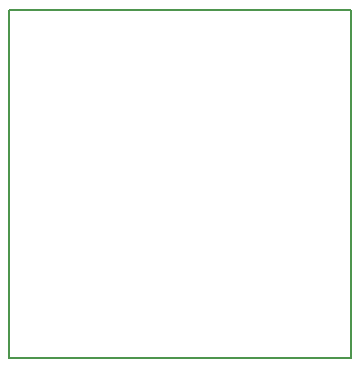
<source format=gm1>
G04 #@! TF.FileFunction,Profile,NP*
%FSLAX46Y46*%
G04 Gerber Fmt 4.6, Leading zero omitted, Abs format (unit mm)*
G04 Created by KiCad (PCBNEW 4.0.6) date 04/13/18 15:28:38*
%MOMM*%
%LPD*%
G01*
G04 APERTURE LIST*
%ADD10C,0.100000*%
%ADD11C,0.150000*%
G04 APERTURE END LIST*
D10*
D11*
X162000000Y-101000000D02*
X162000000Y-130500000D01*
X190900000Y-101000000D02*
X162000000Y-101000000D01*
X190900000Y-130500000D02*
X190900000Y-101000000D01*
X162000000Y-130500000D02*
X190900000Y-130500000D01*
M02*

</source>
